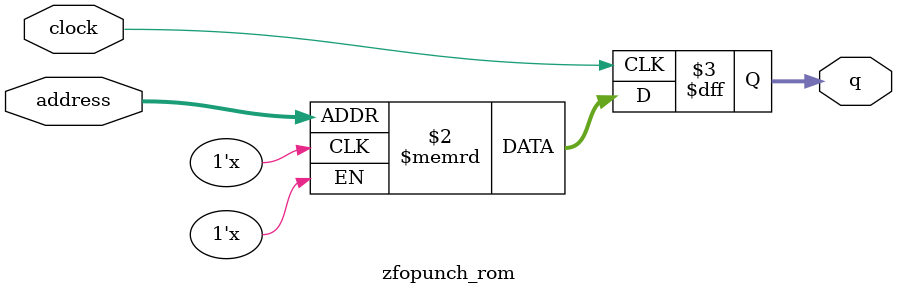
<source format=sv>
module zfopunch_rom (
	input logic clock,
	input logic [11:0] address,
	output logic [3:0] q
);

logic [3:0] memory [0:4095] /* synthesis ram_init_file = "./zfopunch/zfopunch.mif" */;

always_ff @ (posedge clock) begin
	q <= memory[address];
end

endmodule

</source>
